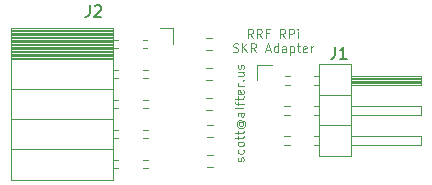
<source format=gbr>
%TF.GenerationSoftware,KiCad,Pcbnew,(6.0.6)*%
%TF.CreationDate,2022-08-19T09:49:53-07:00*%
%TF.ProjectId,rrf_rpi_skr_adapter,7272665f-7270-4695-9f73-6b725f616461,rev?*%
%TF.SameCoordinates,PX8404630PY621abf0*%
%TF.FileFunction,Legend,Top*%
%TF.FilePolarity,Positive*%
%FSLAX46Y46*%
G04 Gerber Fmt 4.6, Leading zero omitted, Abs format (unit mm)*
G04 Created by KiCad (PCBNEW (6.0.6)) date 2022-08-19 09:49:53*
%MOMM*%
%LPD*%
G01*
G04 APERTURE LIST*
%ADD10C,0.100000*%
%ADD11C,0.150000*%
%ADD12C,0.120000*%
G04 APERTURE END LIST*
D10*
X11783428Y12456465D02*
X11533428Y12813608D01*
X11354857Y12456465D02*
X11354857Y13206465D01*
X11640571Y13206465D01*
X11712000Y13170750D01*
X11747714Y13135036D01*
X11783428Y13063608D01*
X11783428Y12956465D01*
X11747714Y12885036D01*
X11712000Y12849322D01*
X11640571Y12813608D01*
X11354857Y12813608D01*
X12533428Y12456465D02*
X12283428Y12813608D01*
X12104857Y12456465D02*
X12104857Y13206465D01*
X12390571Y13206465D01*
X12462000Y13170750D01*
X12497714Y13135036D01*
X12533428Y13063608D01*
X12533428Y12956465D01*
X12497714Y12885036D01*
X12462000Y12849322D01*
X12390571Y12813608D01*
X12104857Y12813608D01*
X13104857Y12849322D02*
X12854857Y12849322D01*
X12854857Y12456465D02*
X12854857Y13206465D01*
X13212000Y13206465D01*
X14497714Y12456465D02*
X14247714Y12813608D01*
X14069142Y12456465D02*
X14069142Y13206465D01*
X14354857Y13206465D01*
X14426285Y13170750D01*
X14462000Y13135036D01*
X14497714Y13063608D01*
X14497714Y12956465D01*
X14462000Y12885036D01*
X14426285Y12849322D01*
X14354857Y12813608D01*
X14069142Y12813608D01*
X14819142Y12456465D02*
X14819142Y13206465D01*
X15104857Y13206465D01*
X15176285Y13170750D01*
X15212000Y13135036D01*
X15247714Y13063608D01*
X15247714Y12956465D01*
X15212000Y12885036D01*
X15176285Y12849322D01*
X15104857Y12813608D01*
X14819142Y12813608D01*
X15569142Y12456465D02*
X15569142Y12956465D01*
X15569142Y13206465D02*
X15533428Y13170750D01*
X15569142Y13135036D01*
X15604857Y13170750D01*
X15569142Y13206465D01*
X15569142Y13135036D01*
X10104857Y11284679D02*
X10212000Y11248965D01*
X10390571Y11248965D01*
X10462000Y11284679D01*
X10497714Y11320393D01*
X10533428Y11391822D01*
X10533428Y11463250D01*
X10497714Y11534679D01*
X10462000Y11570393D01*
X10390571Y11606108D01*
X10247714Y11641822D01*
X10176285Y11677536D01*
X10140571Y11713250D01*
X10104857Y11784679D01*
X10104857Y11856108D01*
X10140571Y11927536D01*
X10176285Y11963250D01*
X10247714Y11998965D01*
X10426285Y11998965D01*
X10533428Y11963250D01*
X10854857Y11248965D02*
X10854857Y11998965D01*
X11283428Y11248965D02*
X10962000Y11677536D01*
X11283428Y11998965D02*
X10854857Y11570393D01*
X12033428Y11248965D02*
X11783428Y11606108D01*
X11604857Y11248965D02*
X11604857Y11998965D01*
X11890571Y11998965D01*
X11962000Y11963250D01*
X11997714Y11927536D01*
X12033428Y11856108D01*
X12033428Y11748965D01*
X11997714Y11677536D01*
X11962000Y11641822D01*
X11890571Y11606108D01*
X11604857Y11606108D01*
X12890571Y11463250D02*
X13247714Y11463250D01*
X12819142Y11248965D02*
X13069142Y11998965D01*
X13319142Y11248965D01*
X13890571Y11248965D02*
X13890571Y11998965D01*
X13890571Y11284679D02*
X13819142Y11248965D01*
X13676285Y11248965D01*
X13604857Y11284679D01*
X13569142Y11320393D01*
X13533428Y11391822D01*
X13533428Y11606108D01*
X13569142Y11677536D01*
X13604857Y11713250D01*
X13676285Y11748965D01*
X13819142Y11748965D01*
X13890571Y11713250D01*
X14569142Y11248965D02*
X14569142Y11641822D01*
X14533428Y11713250D01*
X14462000Y11748965D01*
X14319142Y11748965D01*
X14247714Y11713250D01*
X14569142Y11284679D02*
X14497714Y11248965D01*
X14319142Y11248965D01*
X14247714Y11284679D01*
X14212000Y11356108D01*
X14212000Y11427536D01*
X14247714Y11498965D01*
X14319142Y11534679D01*
X14497714Y11534679D01*
X14569142Y11570393D01*
X14926285Y11748965D02*
X14926285Y10998965D01*
X14926285Y11713250D02*
X14997714Y11748965D01*
X15140571Y11748965D01*
X15212000Y11713250D01*
X15247714Y11677536D01*
X15283428Y11606108D01*
X15283428Y11391822D01*
X15247714Y11320393D01*
X15212000Y11284679D01*
X15140571Y11248965D01*
X14997714Y11248965D01*
X14926285Y11284679D01*
X15497714Y11748965D02*
X15783428Y11748965D01*
X15604857Y11998965D02*
X15604857Y11356108D01*
X15640571Y11284679D01*
X15712000Y11248965D01*
X15783428Y11248965D01*
X16319142Y11284679D02*
X16247714Y11248965D01*
X16104857Y11248965D01*
X16033428Y11284679D01*
X15997714Y11356108D01*
X15997714Y11641822D01*
X16033428Y11713250D01*
X16104857Y11748965D01*
X16247714Y11748965D01*
X16319142Y11713250D01*
X16354857Y11641822D01*
X16354857Y11570393D01*
X15997714Y11498965D01*
X16676285Y11248965D02*
X16676285Y11748965D01*
X16676285Y11606108D02*
X16712000Y11677536D01*
X16747714Y11713250D01*
X16819142Y11748965D01*
X16890571Y11748965D01*
X10971571Y2024572D02*
X11007285Y2096000D01*
X11007285Y2238858D01*
X10971571Y2310286D01*
X10900142Y2346000D01*
X10864428Y2346000D01*
X10793000Y2310286D01*
X10757285Y2238858D01*
X10757285Y2131715D01*
X10721571Y2060286D01*
X10650142Y2024572D01*
X10614428Y2024572D01*
X10543000Y2060286D01*
X10507285Y2131715D01*
X10507285Y2238858D01*
X10543000Y2310286D01*
X10971571Y2988858D02*
X11007285Y2917429D01*
X11007285Y2774572D01*
X10971571Y2703143D01*
X10935857Y2667429D01*
X10864428Y2631715D01*
X10650142Y2631715D01*
X10578714Y2667429D01*
X10543000Y2703143D01*
X10507285Y2774572D01*
X10507285Y2917429D01*
X10543000Y2988858D01*
X11007285Y3417429D02*
X10971571Y3346000D01*
X10935857Y3310286D01*
X10864428Y3274572D01*
X10650142Y3274572D01*
X10578714Y3310286D01*
X10543000Y3346000D01*
X10507285Y3417429D01*
X10507285Y3524572D01*
X10543000Y3596000D01*
X10578714Y3631715D01*
X10650142Y3667429D01*
X10864428Y3667429D01*
X10935857Y3631715D01*
X10971571Y3596000D01*
X11007285Y3524572D01*
X11007285Y3417429D01*
X10507285Y3881715D02*
X10507285Y4167429D01*
X10257285Y3988858D02*
X10900142Y3988858D01*
X10971571Y4024572D01*
X11007285Y4096000D01*
X11007285Y4167429D01*
X10507285Y4310286D02*
X10507285Y4596000D01*
X10257285Y4417429D02*
X10900142Y4417429D01*
X10971571Y4453143D01*
X11007285Y4524572D01*
X11007285Y4596000D01*
X10650142Y5310286D02*
X10614428Y5274572D01*
X10578714Y5203143D01*
X10578714Y5131715D01*
X10614428Y5060286D01*
X10650142Y5024572D01*
X10721571Y4988858D01*
X10793000Y4988858D01*
X10864428Y5024572D01*
X10900142Y5060286D01*
X10935857Y5131715D01*
X10935857Y5203143D01*
X10900142Y5274572D01*
X10864428Y5310286D01*
X10578714Y5310286D02*
X10864428Y5310286D01*
X10900142Y5346000D01*
X10900142Y5381715D01*
X10864428Y5453143D01*
X10793000Y5488858D01*
X10614428Y5488858D01*
X10507285Y5417429D01*
X10435857Y5310286D01*
X10400142Y5167429D01*
X10435857Y5024572D01*
X10507285Y4917429D01*
X10614428Y4846000D01*
X10757285Y4810286D01*
X10900142Y4846000D01*
X11007285Y4917429D01*
X11078714Y5024572D01*
X11114428Y5167429D01*
X11078714Y5310286D01*
X11007285Y5417429D01*
X11007285Y6131715D02*
X10614428Y6131715D01*
X10543000Y6096000D01*
X10507285Y6024572D01*
X10507285Y5881715D01*
X10543000Y5810286D01*
X10971571Y6131715D02*
X11007285Y6060286D01*
X11007285Y5881715D01*
X10971571Y5810286D01*
X10900142Y5774572D01*
X10828714Y5774572D01*
X10757285Y5810286D01*
X10721571Y5881715D01*
X10721571Y6060286D01*
X10685857Y6131715D01*
X11007285Y6596000D02*
X10971571Y6524572D01*
X10900142Y6488858D01*
X10257285Y6488858D01*
X10507285Y6774572D02*
X10507285Y7060286D01*
X11007285Y6881715D02*
X10364428Y6881715D01*
X10293000Y6917429D01*
X10257285Y6988858D01*
X10257285Y7060286D01*
X10507285Y7203143D02*
X10507285Y7488858D01*
X10257285Y7310286D02*
X10900142Y7310286D01*
X10971571Y7346000D01*
X11007285Y7417429D01*
X11007285Y7488858D01*
X10971571Y8024572D02*
X11007285Y7953143D01*
X11007285Y7810286D01*
X10971571Y7738858D01*
X10900142Y7703143D01*
X10614428Y7703143D01*
X10543000Y7738858D01*
X10507285Y7810286D01*
X10507285Y7953143D01*
X10543000Y8024572D01*
X10614428Y8060286D01*
X10685857Y8060286D01*
X10757285Y7703143D01*
X11007285Y8381715D02*
X10507285Y8381715D01*
X10650142Y8381715D02*
X10578714Y8417429D01*
X10543000Y8453143D01*
X10507285Y8524572D01*
X10507285Y8596000D01*
X10935857Y8846000D02*
X10971571Y8881715D01*
X11007285Y8846000D01*
X10971571Y8810286D01*
X10935857Y8846000D01*
X11007285Y8846000D01*
X10507285Y9524572D02*
X11007285Y9524572D01*
X10507285Y9203143D02*
X10900142Y9203143D01*
X10971571Y9238858D01*
X11007285Y9310286D01*
X11007285Y9417429D01*
X10971571Y9488858D01*
X10935857Y9524572D01*
X10971571Y9846000D02*
X11007285Y9917429D01*
X11007285Y10060286D01*
X10971571Y10131715D01*
X10900142Y10167429D01*
X10864428Y10167429D01*
X10793000Y10131715D01*
X10757285Y10060286D01*
X10757285Y9953143D01*
X10721571Y9881715D01*
X10650142Y9846000D01*
X10614428Y9846000D01*
X10543000Y9881715D01*
X10507285Y9953143D01*
X10507285Y10060286D01*
X10543000Y10131715D01*
D11*
%TO.C,J2*%
X-2063334Y15237620D02*
X-2063334Y14523334D01*
X-2110953Y14380477D01*
X-2206191Y14285239D01*
X-2349048Y14237620D01*
X-2444286Y14237620D01*
X-1634762Y15142381D02*
X-1587143Y15190000D01*
X-1491905Y15237620D01*
X-1253810Y15237620D01*
X-1158572Y15190000D01*
X-1110953Y15142381D01*
X-1063334Y15047143D01*
X-1063334Y14951905D01*
X-1110953Y14809048D01*
X-1682381Y14237620D01*
X-1063334Y14237620D01*
%TO.C,J1*%
X18721666Y11692620D02*
X18721666Y10978334D01*
X18674047Y10835477D01*
X18578809Y10740239D01*
X18435952Y10692620D01*
X18340714Y10692620D01*
X19721666Y10692620D02*
X19150238Y10692620D01*
X19435952Y10692620D02*
X19435952Y11692620D01*
X19340714Y11549762D01*
X19245476Y11454524D01*
X19150238Y11406905D01*
D12*
%TO.C,R5*%
X8302258Y11415500D02*
X7827742Y11415500D01*
X8302258Y12460500D02*
X7827742Y12460500D01*
%TO.C,J2*%
X-8710000Y10768100D02*
X-80000Y10768100D01*
X-8710000Y11594765D02*
X-80000Y11594765D01*
X2430000Y11560000D02*
X2810000Y11560000D01*
X2430000Y2120000D02*
X2870000Y2120000D01*
X-8710000Y13250000D02*
X-8710000Y430000D01*
X-8710000Y3030000D02*
X-80000Y3030000D01*
X2430000Y9740000D02*
X2870000Y9740000D01*
X-8710000Y10650000D02*
X-80000Y10650000D01*
X-8710000Y11240480D02*
X-80000Y11240480D01*
X-80000Y7200000D02*
X330000Y7200000D01*
X-80000Y4660000D02*
X330000Y4660000D01*
X2430000Y7200000D02*
X2870000Y7200000D01*
X-8710000Y430000D02*
X-80000Y430000D01*
X2430000Y4660000D02*
X2870000Y4660000D01*
X2430000Y1400000D02*
X2870000Y1400000D01*
X-80000Y13250000D02*
X-80000Y430000D01*
X-8710000Y11949050D02*
X-80000Y11949050D01*
X-8710000Y5570000D02*
X-80000Y5570000D01*
X-80000Y9020000D02*
X330000Y9020000D01*
X-80000Y11560000D02*
X330000Y11560000D01*
X-80000Y6480000D02*
X330000Y6480000D01*
X-8710000Y12067145D02*
X-80000Y12067145D01*
X-8710000Y8110000D02*
X-80000Y8110000D01*
X-8710000Y13011905D02*
X-80000Y13011905D01*
X-8710000Y11712860D02*
X-80000Y11712860D01*
X-8710000Y12303335D02*
X-80000Y12303335D01*
X-80000Y3940000D02*
X330000Y3940000D01*
X-80000Y2120000D02*
X330000Y2120000D01*
X2430000Y9020000D02*
X2870000Y9020000D01*
X-8710000Y13130000D02*
X-80000Y13130000D01*
X5030000Y13250000D02*
X5030000Y11920000D01*
X-8710000Y11358575D02*
X-80000Y11358575D01*
X3920000Y13250000D02*
X5030000Y13250000D01*
X-8710000Y12893810D02*
X-80000Y12893810D01*
X-80000Y9740000D02*
X330000Y9740000D01*
X-8710000Y12421430D02*
X-80000Y12421430D01*
X2430000Y12280000D02*
X2810000Y12280000D01*
X-8710000Y12539525D02*
X-80000Y12539525D01*
X-80000Y12280000D02*
X330000Y12280000D01*
X-8710000Y12657620D02*
X-80000Y12657620D01*
X-8710000Y12775715D02*
X-80000Y12775715D01*
X-8710000Y13250000D02*
X-80000Y13250000D01*
X-8710000Y11004290D02*
X-80000Y11004290D01*
X2430000Y6480000D02*
X2870000Y6480000D01*
X-8710000Y11830955D02*
X-80000Y11830955D01*
X-8710000Y11476670D02*
X-80000Y11476670D01*
X-8710000Y11122385D02*
X-80000Y11122385D01*
X-8710000Y10886195D02*
X-80000Y10886195D01*
X-8710000Y12185240D02*
X-80000Y12185240D01*
X2430000Y3940000D02*
X2870000Y3940000D01*
X-80000Y1400000D02*
X330000Y1400000D01*
%TO.C,R3*%
X8365258Y5094500D02*
X7890742Y5094500D01*
X8365258Y4049500D02*
X7890742Y4049500D01*
%TO.C,R2*%
X8365258Y2554500D02*
X7890742Y2554500D01*
X8365258Y1509500D02*
X7890742Y1509500D01*
%TO.C,J1*%
X14442929Y3415000D02*
X14897071Y3415000D01*
X26040000Y9255000D02*
X26040000Y8495000D01*
X14510000Y8495000D02*
X14897071Y8495000D01*
X20040000Y8955000D02*
X26040000Y8955000D01*
X14442929Y6715000D02*
X14897071Y6715000D01*
X16982929Y3415000D02*
X17380000Y3415000D01*
X20040000Y6715000D02*
X26040000Y6715000D01*
X12130000Y8875000D02*
X12130000Y10145000D01*
X20040000Y8595000D02*
X26040000Y8595000D01*
X20040000Y9075000D02*
X26040000Y9075000D01*
X14442929Y4175000D02*
X14897071Y4175000D01*
X16982929Y8495000D02*
X17380000Y8495000D01*
X20040000Y4175000D02*
X26040000Y4175000D01*
X20040000Y2465000D02*
X20040000Y10205000D01*
X16982929Y4175000D02*
X17380000Y4175000D01*
X26040000Y5955000D02*
X20040000Y5955000D01*
X12130000Y10145000D02*
X13400000Y10145000D01*
X20040000Y8835000D02*
X26040000Y8835000D01*
X20040000Y10205000D02*
X17380000Y10205000D01*
X16982929Y6715000D02*
X17380000Y6715000D01*
X20040000Y8715000D02*
X26040000Y8715000D01*
X14510000Y9255000D02*
X14897071Y9255000D01*
X26040000Y3415000D02*
X20040000Y3415000D01*
X16982929Y5955000D02*
X17380000Y5955000D01*
X26040000Y8495000D02*
X20040000Y8495000D01*
X20040000Y9195000D02*
X26040000Y9195000D01*
X26040000Y4175000D02*
X26040000Y3415000D01*
X17380000Y7605000D02*
X20040000Y7605000D01*
X17380000Y10205000D02*
X17380000Y2465000D01*
X14442929Y5955000D02*
X14897071Y5955000D01*
X17380000Y2465000D02*
X20040000Y2465000D01*
X20040000Y9255000D02*
X26040000Y9255000D01*
X16982929Y9255000D02*
X17380000Y9255000D01*
X17380000Y5065000D02*
X20040000Y5065000D01*
X26040000Y6715000D02*
X26040000Y5955000D01*
%TO.C,R1*%
X8302258Y9920500D02*
X7827742Y9920500D01*
X8302258Y8875500D02*
X7827742Y8875500D01*
%TO.C,R4*%
X8302258Y7380500D02*
X7827742Y7380500D01*
X8302258Y6335500D02*
X7827742Y6335500D01*
%TD*%
M02*

</source>
